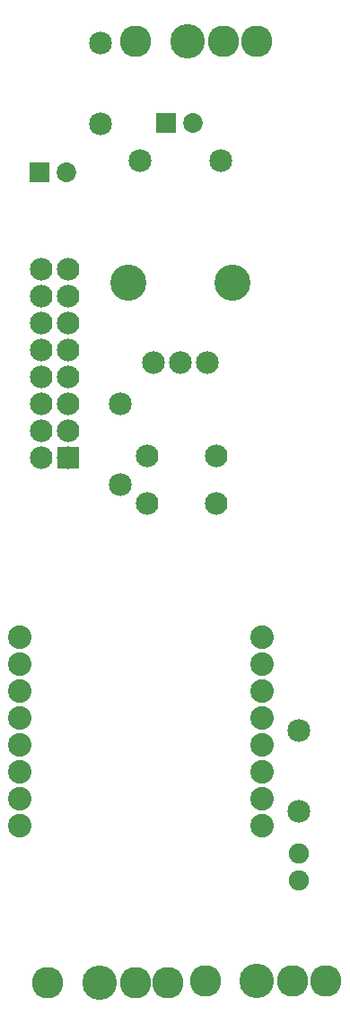
<source format=gts>
G04 MADE WITH FRITZING*
G04 WWW.FRITZING.ORG*
G04 DOUBLE SIDED*
G04 HOLES PLATED*
G04 CONTOUR ON CENTER OF CONTOUR VECTOR*
%ASAXBY*%
%FSLAX23Y23*%
%MOIN*%
%OFA0B0*%
%SFA1.0B1.0*%
%ADD10C,0.084000*%
%ADD11C,0.087778*%
%ADD12C,0.085000*%
%ADD13C,0.075000*%
%ADD14C,0.117087*%
%ADD15C,0.128110*%
%ADD16C,0.084667*%
%ADD17C,0.084695*%
%ADD18C,0.134033*%
%ADD19C,0.072992*%
%ADD20R,0.084000X0.084000*%
%ADD21R,0.072992X0.072992*%
%LNMASK1*%
G90*
G70*
G54D10*
X154Y2334D03*
X154Y2434D03*
X154Y2534D03*
X154Y2634D03*
X154Y2734D03*
X154Y2834D03*
X154Y2934D03*
X154Y3034D03*
X254Y2334D03*
X254Y2434D03*
X254Y2534D03*
X254Y2634D03*
X254Y2734D03*
X254Y2834D03*
X254Y2934D03*
X254Y3034D03*
G54D11*
X977Y968D03*
X977Y1068D03*
X977Y1168D03*
X977Y1268D03*
X977Y1368D03*
X977Y1468D03*
X977Y1568D03*
X977Y1668D03*
X77Y1668D03*
X77Y1568D03*
X77Y1468D03*
X77Y1368D03*
X77Y1268D03*
X77Y1168D03*
X77Y1068D03*
X77Y968D03*
G54D10*
X549Y2343D03*
X805Y2343D03*
X549Y2165D03*
X805Y2165D03*
X549Y2343D03*
X805Y2343D03*
X549Y2165D03*
X805Y2165D03*
G54D12*
X449Y2237D03*
X449Y2537D03*
X377Y3576D03*
X377Y3876D03*
X1111Y1322D03*
X1111Y1022D03*
G54D13*
X1111Y766D03*
X1111Y866D03*
X1111Y766D03*
X1111Y866D03*
G54D14*
X955Y3883D03*
X833Y3883D03*
X506Y3883D03*
G54D15*
X700Y3883D03*
G54D14*
X1213Y392D03*
X1090Y392D03*
X764Y392D03*
G54D15*
X957Y391D03*
G54D16*
X572Y2690D03*
X672Y2690D03*
G54D17*
X772Y2690D03*
G54D18*
X478Y2986D03*
X866Y2986D03*
G54D12*
X523Y3438D03*
X823Y3438D03*
G54D19*
X150Y3395D03*
X248Y3395D03*
X620Y3580D03*
X718Y3580D03*
G54D14*
X627Y387D03*
X505Y387D03*
X178Y387D03*
G54D15*
X372Y387D03*
G54D20*
X254Y2334D03*
G54D21*
X150Y3395D03*
X620Y3580D03*
G04 End of Mask1*
M02*
</source>
